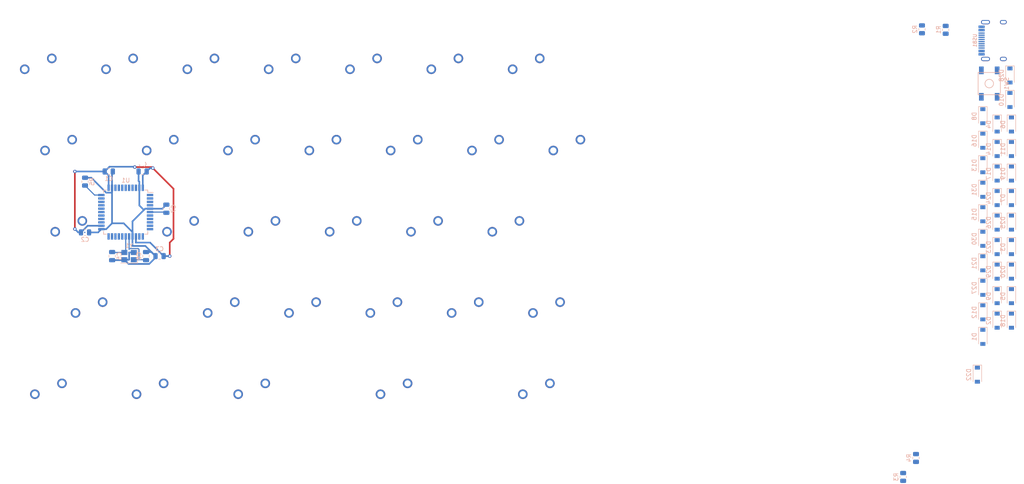
<source format=kicad_pcb>
(kicad_pcb (version 20211014) (generator pcbnew)
  (layers (0 "F.Cu" signal) (31 "B.Cu" signal) (34 "B.Paste" user) (35 "F.Paste" user) (36 "B.SilkS" user "B.Silkscreen") (37 "F.SilkS" user "F.Silkscreen") (38 "B.Mask" user) (39 "F.Mask" user) (44 "Edge.Cuts" user))
  (net 0 "")
  (net 1 "+5V")
  (net 2 "GND")
  (net 3 "Net-(C5-Pad2)")
  (net 4 "Net-(C6-Pad2)")
  (net 5 "Net-(C7-Pad1)")
  (net 6 "/r0")
  (net 7 "Net-(D1-Pad2)")
  (net 8 "/r1")
  (net 9 "Net-(D2-Pad2)")
  (net 10 "/r2")
  (net 11 "Net-(D3-Pad2)")
  (net 12 "/r4")
  (net 13 "Net-(D4-Pad2)")
  (net 14 "Net-(D5-Pad2)")
  (net 15 "/r3")
  (net 16 "Net-(D6-Pad2)")
  (net 17 "Net-(D7-Pad2)")
  (net 18 "Net-(D8-Pad2)")
  (net 19 "Net-(D9-Pad2)")
  (net 20 "Net-(D10-Pad2)")
  (net 21 "Net-(D11-Pad2)")
  (net 22 "Net-(D12-Pad2)")
  (net 23 "Net-(D13-Pad2)")
  (net 24 "Net-(D14-Pad2)")
  (net 25 "Net-(D15-Pad2)")
  (net 26 "Net-(D16-Pad2)")
  (net 27 "Net-(D17-Pad2)")
  (net 28 "Net-(D18-Pad2)")
  (net 29 "Net-(D19-Pad2)")
  (net 30 "Net-(D20-Pad2)")
  (net 31 "Net-(D21-Pad2)")
  (net 32 "Net-(D22-Pad2)")
  (net 33 "Net-(D23-Pad2)")
  (net 34 "Net-(D24-Pad2)")
  (net 35 "Net-(D25-Pad2)")
  (net 36 "Net-(D26-Pad2)")
  (net 37 "Net-(D27-Pad2)")
  (net 38 "Net-(D28-Pad2)")
  (net 39 "Net-(D29-Pad2)")
  (net 40 "Net-(D30-Pad2)")
  (net 41 "Net-(D31-Pad2)")
  (net 42 "/c0")
  (net 43 "/c1")
  (net 44 "/c2")
  (net 45 "/c3")
  (net 46 "/c4")
  (net 47 "/c5")
  (net 48 "/c6")
  (net 49 "/c7")
  (net 50 "Net-(R1-Pad1)")
  (net 51 "Net-(R2-Pad1)")
  (net 52 "/D+")
  (net 53 "Net-(R3-Pad2)")
  (net 54 "/D-")
  (net 55 "Net-(R4-Pad2)")
  (net 56 "Net-(R5-Pad1)")
  (net 57 "Net-(SW1-Pad2)")
  (footprint "MX_Only:MXOnly-1U-NoLED" (layer "F.Cu") (at 131.7625 80.16875)
    (fp_text reference "MX28")
    (fp_text value "MX-NoLED")
  )
  (footprint "MX_Only:MXOnly-1U-NoLED" (layer "F.Cu") (at 146.05 61.11875)
    (fp_text reference "MX31")
    (fp_text value "MX-NoLED")
  )
  (footprint "MX_Only:MXOnly-1U-NoLED" (layer "F.Cu") (at 65.0875 99.21875)
    (fp_text reference "MX11")
    (fp_text value "MX-NoLED")
  )
  (footprint "MX_Only:MXOnly-1.25U-NoLED" (layer "F.Cu") (at 72.23125 118.26875)
    (fp_text reference "MX16")
    (fp_text value "MX-NoLED")
  )
  (footprint "MX_Only:MXOnly-1U-NoLED" (layer "F.Cu") (at 93.6625 80.16875)
    (fp_text reference "MX19")
    (fp_text value "MX-NoLED")
  )
  (footprint "MX_Only:MXOnly-1U-NoLED" (layer "F.Cu") (at 74.6125 80.16875)
    (fp_text reference "MX14")
    (fp_text value "MX-NoLED")
  )
  (footprint "MX_Only:MXOnly-1U-NoLED" (layer "F.Cu") (at 136.525 42.06875)
    (fp_text reference "MX26")
    (fp_text value "MX-NoLED")
  )
  (footprint "MX_Only:MXOnly-1U-NoLED" (layer "F.Cu") (at 98.425 42.06875)
    (fp_text reference "MX17")
    (fp_text value "MX-NoLED")
  )
  (footprint "MX_Only:MXOnly-1.25U-NoLED" (layer "F.Cu") (at 24.60625 118.26875)
    (fp_text reference "MX4")
    (fp_text value "MX-NoLED")
  )
  (footprint "MX_Only:MXOnly-1U-NoLED" (layer "F.Cu") (at 79.375 42.06875)
    (fp_text reference "MX12")
    (fp_text value "MX-NoLED")
  )
  (footprint "MX_Only:MXOnly-1U-NoLED" (layer "F.Cu") (at 55.5625 80.16875)
    (fp_text reference "MX10")
    (fp_text value "MX-NoLED")
  )
  (footprint "MX_Only:MXOnly-1.5U-NoLED" (layer "F.Cu") (at 26.9875 61.11875)
    (fp_text reference "MX2")
    (fp_text value "MX-NoLED")
  )
  (footprint "MX_Only:MXOnly-1U-NoLED" (layer "F.Cu") (at 41.275 42.06875)
    (fp_text reference "MX5")
    (fp_text value "MX-NoLED")
  )
  (footprint "MX_Only:MXOnly-1.75U-NoLED" (layer "F.Cu") (at 29.36875 80.16875)
    (fp_text reference "MX3")
    (fp_text value "MX-NoLED")
  )
  (footprint "MX_Only:MXOnly-1U-NoLED" (layer "F.Cu") (at 50.8 61.11875)
    (fp_text reference "MX9")
    (fp_text value "MX-NoLED")
  )
  (footprint "MX_Only:MXOnly-1U-NoLED" (layer "F.Cu") (at 112.7125 80.16875)
    (fp_text reference "MX24")
    (fp_text value "MX-NoLED")
  )
  (footprint "MX_Only:MXOnly-1U-NoLED" (layer "F.Cu") (at 60.325 42.06875)
    (fp_text reference "MX8")
    (fp_text value "MX-NoLED")
  )
  (footprint "MX_Only:MXOnly-1U-NoLED" (layer "F.Cu") (at 69.85 61.11875)
    (fp_text reference "MX13")
    (fp_text value "MX-NoLED")
  )
  (footprint "MX_Only:MXOnly-1U-NoLED" (layer "F.Cu") (at 117.475 42.06875)
    (fp_text reference "MX22")
    (fp_text value "MX-NoLED")
  )
  (footprint "MX_Only:MXOnly-2.25U-NoLED" (layer "F.Cu") (at 105.56875 118.26875)
    (fp_text reference "MX21")
    (fp_text value "MX-NoLED")
  )
  (footprint "MX_Only:MXOnly-1.25U-NoLED" (layer "F.Cu") (at 138.90625 118.26875)
    (fp_text reference "MX30")
    (fp_text value "MX-NoLED")
  )
  (footprint "MX_Only:MXOnly-1U-NoLED" (layer "F.Cu") (at 127 61.11875)
    (fp_text reference "MX27")
    (fp_text value "MX-NoLED")
  )
  (footprint "MX_Only:MXOnly-2.25U-NoLED" (layer "F.Cu") (at 34.13125 99.21875)
    (fp_text reference "MX6")
    (fp_text value "MX-NoLED")
  )
  (footprint "MX_Only:MXOnly-1U-NoLED" (layer "F.Cu") (at 88.9 61.11875)
    (fp_text reference "MX18")
    (fp_text value "MX-NoLED")
  )
  (footprint "MX_Only:MXOnly-1U-NoLED" (layer "F.Cu") (at 122.2375 99.21875)
    (fp_text reference "MX25")
    (fp_text value "MX-NoLED")
  )
  (footprint "MX_Only:MXOnly-1.25U-NoLED" (layer "F.Cu") (at 48.41875 118.26875)
    (fp_text reference "MX7")
    (fp_text value "MX-NoLED")
  )
  (footprint "MX_Only:MXOnly-1U-NoLED" (layer "F.Cu") (at 103.1875 99.21875)
    (fp_text reference "MX20")
    (fp_text value "MX-NoLED")
  )
  (footprint "MX_Only:MXOnly-1U-NoLED" (layer "F.Cu") (at 22.225 42.06875)
    (fp_text reference "MX1")
    (fp_text value "MX-NoLED")
  )
  (footprint "MX_Only:MXOnly-1U-NoLED" (layer "F.Cu") (at 84.1375 99.21875)
    (fp_text reference "MX15")
    (fp_text value "MX-NoLED")
  )
  (footprint "MX_Only:MXOnly-1U-NoLED" (layer "F.Cu") (at 107.95 61.11875)
    (fp_text reference "MX23")
    (fp_text value "MX-NoLED")
  )
  (footprint "MX_Only:MXOnly-1U-NoLED" (layer "F.Cu") (at 141.2875 99.21875)
    (fp_text reference "MX29")
    (fp_text value "MX-NoLED")
  )
  (footprint "Resistor_SMD:R_0805_2012Metric" (layer "B.Cu") (at 234.15625 30.28125 -90)
    (fp_text reference "R1")
    (fp_text value "5k")
  )
  (footprint "Capacitor_SMD:C_0805_2012Metric" (layer "B.Cu") (at 32.54375 77.7875)
    (fp_text reference "C2")
    (fp_text value "0.1uF")
  )
  (footprint "Diode_SMD:D_SOD-123" (layer "B.Cu") (at 249.56125 58.238452 -90)
    (fp_text reference "D11")
    (fp_text value "D_Small")
  )
  (footprint "Diode_SMD:D_SOD-123" (layer "B.Cu") (at 242.86125 73.538452 -90)
    (fp_text reference "D15")
    (fp_text value "D_Small")
  )
  (footprint "Diode_SMD:D_SOD-123" (layer "B.Cu") (at 249.56125 63.988452 -90)
    (fp_text reference "D19")
    (fp_text value "D_Small")
  )
  (footprint "Diode_SMD:D_SOD-123" (layer "B.Cu") (at 242.86125 102.288452 -90)
    (fp_text reference "D1")
    (fp_text value "D_Small")
  )
  (footprint "Diode_SMD:D_SOD-123" (layer "B.Cu") (at 241.58125 111.148452 -90)
    (fp_text reference "D22")
    (fp_text value "D_Small")
  )
  (footprint "Diode_SMD:D_SOD-123" (layer "B.Cu") (at 249.56125 75.488452 -90)
    (fp_text reference "D25")
    (fp_text value "D_Small")
  )
  (footprint "Diode_SMD:D_SOD-123" (layer "B.Cu") (at 249.21125 40.988452 -90)
    (fp_text reference "D28")
    (fp_text value "D_Small")
  )
  (footprint "Keebio-Parts:HRO-TYPE-C-31-M-12-Assembly" (layer "B.Cu") (at 250.26125 32.793452 -90)
    (fp_text reference "USB1")
    (fp_text value "HRO-TYPE-C-31-M-12")
  )
  (footprint "Capacitor_SMD:C_0805_2012Metric" (layer "B.Cu") (at 46.83125 83.34375 -90)
    (fp_text reference "C6")
    (fp_text value "22pF")
  )
  (footprint "Resistor_SMD:R_0805_2012Metric" (layer "B.Cu") (at 224.19125 135.128452 -90)
    (fp_text reference "R3")
    (fp_text value "22")
  )
  (footprint "Diode_SMD:D_SOD-123" (layer "B.Cu") (at 249.56125 98.488452 -90)
    (fp_text reference "D18")
    (fp_text value "D_Small")
  )
  (footprint "Capacitor_SMD:C_0805_2012Metric" (layer "B.Cu") (at 46.0375 63.5 180)
    (fp_text reference "C4")
    (fp_text value "10uF")
  )
  (footprint "Diode_SMD:D_SOD-123" (layer "B.Cu") (at 242.86125 90.788452 -90)
    (fp_text reference "D27")
    (fp_text value "D_Small")
  )
  (footprint "Diode_SMD:D_SOD-123" (layer "B.Cu") (at 242.86125 50.538452 -90)
    (fp_text reference "D8")
    (fp_text value "D_Small")
  )
  (footprint "Diode_SMD:D_SOD-123" (layer "B.Cu") (at 249.56125 52.488452 -90)
    (fp_text reference "D6")
    (fp_text value "D_Small")
  )
  (footprint "Diode_SMD:D_SOD-123" (layer "B.Cu") (at 246.21125 75.488452 -90)
    (fp_text reference "D26")
    (fp_text value "D_Small")
  )
  (footprint "Diode_SMD:D_SOD-123" (layer "B.Cu") (at 249.56125 86.988452 -90)
    (fp_text reference "D20")
    (fp_text value "D_Small")
  )
  (footprint "Diode_SMD:D_SOD-123" (layer "B.Cu") (at 246.21125 58.238452 -90)
    (fp_text reference "D14")
    (fp_text value "D_Small")
  )
  (footprint "Diode_SMD:D_SOD-123" (layer "B.Cu") (at 249.56125 92.738452 -90)
    (fp_text reference "D5")
    (fp_text value "D_Small")
  )
  (footprint "Capacitor_SMD:C_0805_2012Metric" (layer "B.Cu") (at 38.89375 83.34375 90)
    (fp_text reference "C5")
    (fp_text value "22pF")
  )
  (footprint "Diode_SMD:D_SOD-123" (layer "B.Cu") (at 246.21125 98.488452 -90)
    (fp_text reference "D2")
    (fp_text value "D_Small")
  )
  (footprint "Capacitor_SMD:C_0805_2012Metric" (layer "B.Cu") (at 38.1 63.5)
    (fp_text reference "C1")
    (fp_text value "0.1uF")
  )
  (footprint "Package_QFP:TQFP-44_10x10mm_P0.8mm" (layer "B.Cu") (at 42.06875 73.025 180)
    (fp_text reference "U1")
    (fp_text value "ATmega32U4-A")
  )
  (footprint "Diode_SMD:D_SOD-123" (layer "B.Cu") (at 242.86125 62.038452 -90)
    (fp_text reference "D13")
    (fp_text value "D_Small")
  )
  (footprint "Diode_SMD:D_SOD-123" (layer "B.Cu") (at 249.21125 46.738452 -90)
    (fp_text reference "D10")
    (fp_text value "D_Small")
  )
  (footprint "Diode_SMD:D_SOD-123" (layer "B.Cu") (at 246.21125 92.738452 -90)
    (fp_text reference "D9")
    (fp_text value "D_Small")
  )
  (footprint "Diode_SMD:D_SOD-123" (layer "B.Cu") (at 246.21125 69.738452 -90)
    (fp_text reference "D24")
    (fp_text value "D_Small")
  )
  (footprint "random-keyboard-parts:SKQG-1155865" (layer "B.Cu") (at 244.36125 42.888452 -90)
    (fp_text reference "SW1")
    (fp_text value "SW_Push")
  )
  (footprint "Diode_SMD:D_SOD-123" (layer "B.Cu") (at 246.21125 52.488452 -90)
    (fp_text reference "D4")
    (fp_text value "D_Small")
  )
  (footprint "Diode_SMD:D_SOD-123" (layer "B.Cu") (at 242.86125 96.538452 -90)
    (fp_text reference "D12")
    (fp_text value "D_Small")
  )
  (footprint "Diode_SMD:D_SOD-123" (layer "B.Cu") (at 242.86125 56.288452 -90)
    (fp_text reference "D16")
    (fp_text value "D_Small")
  )
  (footprint "Crystal:Crystal_SMD_3225-4Pin_3.2x2.5mm" (layer "B.Cu") (at 42.8625 83.34375 180)
    (fp_text reference "Y1")
    (fp_text value "Crystal_GND24_Small")
  )
  (footprint "Capacitor_SMD:C_0805_2012Metric" (layer "B.Cu") (at 51.59375 72.23125 90)
    (fp_text reference "C7")
    (fp_text value "C_Small")
  )
  (footprint "Diode_SMD:D_SOD-123" (layer "B.Cu") (at 242.86125 67.788452 -90)
    (fp_text reference "D31")
    (fp_text value "D_Small")
  )
  (footprint "Diode_SMD:D_SOD-123" (layer "B.Cu") (at 242.86125 79.288452 -90)
    (fp_text reference "D30")
    (fp_text value "D_Small")
  )
  (footprint "Capacitor_SMD:C_0805_2012Metric" (layer "B.Cu") (at 50.00625 83.34375 180)
    (fp_text reference "C3")
    (fp_text value "0.1uF")
  )
  (footprint "Diode_SMD:D_SOD-123" (layer "B.Cu") (at 249.56125 81.238452 -90)
    (fp_text reference "D3")
    (fp_text value "D_Small")
  )
  (footprint "Diode_SMD:D_SOD-123" (layer "B.Cu") (at 246.21125 86.988452 -90)
    (fp_text reference "D29")
    (fp_text value "D_Small")
  )
  (footprint "Resistor_SMD:R_0805_2012Metric" (layer "B.Cu") (at 228.6 30.1625 -90)
    (fp_text reference "R2")
    (fp_text value "5k")
  )
  (footprint "Diode_SMD:D_SOD-123" (layer "B.Cu") (at 246.21125 63.988452 -90)
    (fp_text reference "D17")
    (fp_text value "D_Small")
  )
  (footprint "Diode_SMD:D_SOD-123" (layer "B.Cu") (at 249.56125 69.738452 -90)
    (fp_text reference "D7")
    (fp_text value "D_Small")
  )
  (footprint "Resistor_SMD:R_0805_2012Metric" (layer "B.Cu") (at 32.54375 65.88125 90)
    (fp_text reference "R5")
    (fp_text value "10k")
  )
  (footprint "Diode_SMD:D_SOD-123" (layer "B.Cu") (at 242.86125 85.038452 -90)
    (fp_text reference "D21")
    (fp_text value "D_Small")
  )
  (footprint "Resistor_SMD:R_0805_2012Metric" (layer "B.Cu") (at 227.20125 130.678452 -90)
    (fp_text reference "R4")
    (fp_text value "22")
  )
  (footprint "Diode_SMD:D_SOD-123" (layer "B.Cu") (at 246.21125 81.238452 -90)
    (fp_text reference "D23")
    (fp_text value "D_Small")
  )
  (segment (start 32.54375 77.7875) (end 32.42027 77.7875) (width 0.254) (layer "B.Cu") (net 0))
  (segment (start 53.267511 79.288739) (end 52.3875 80.16875) (width 0.381) (layer "F.Cu") (net 1))
  (segment (start 53.267511 67.555011) (end 53.267511 79.288739) (width 0.381) (layer "F.Cu") (net 1))
  (segment (start 48.184033 62.471533) (end 48.41875 62.70625) (width 0.381) (layer "F.Cu") (net 1))
  (segment (start 52.3875 80.16875) (end 52.3875 83.34375) (width 0.381) (layer "F.Cu") (net 1))
  (segment (start 44.193042 62.471533) (end 48.184033 62.471533) (width 0.381) (layer "F.Cu") (net 1))
  (segment (start 30.1625 76.99375) (end 30.1625 63.5) (width 0.381) (layer "F.Cu") (net 1))
  (segment (start 48.41875 62.70625) (end 53.267511 67.555011) (width 0.381) (layer "F.Cu") (net 1))
  (via (at 52.3875 83.34375) (size 0.8) (drill 0.4) (layers "F.Cu" "B.Cu") (net 1))
  (via (at 30.1625 76.99375) (size 0.8) (drill 0.4) (layers "F.Cu" "B.Cu") (net 1))
  (via (at 44.193042 62.471533) (size 0.8) (drill 0.4) (layers "F.Cu" "B.Cu") (net 1))
  (via (at 48.41875 62.70625) (size 0.8) (drill 0.4) (layers "F.Cu" "B.Cu") (net 1))
  (via (at 30.1625 63.5) (size 0.8) (drill 0.4) (layers "F.Cu" "B.Cu") (net 1))
  (segment (start 52.3875 83.34375) (end 50.95625 83.34375) (width 0.381) (layer "B.Cu") (net 1))
  (segment (start 47.78125 62.70625) (end 46.9875 63.5) (width 0.381) (layer "B.Cu") (net 1))
  (segment (start 37.15 63.5) (end 38.26502 62.38498) (width 0.381) (layer "B.Cu") (net 1))
  (segment (start 38.06875 64.41875) (end 38.06875 67.325) (width 0.381) (layer "B.Cu") (net 1))
  (segment (start 37.15 63.5) (end 38.06875 64.41875) (width 0.381) (layer "B.Cu") (net 1))
  (segment (start 31.59375 77.7875) (end 33.15625 76.225) (width 0.381) (layer "B.Cu") (net 1))
  (segment (start 33.15625 76.225) (end 36.36875 76.225) (width 0.381) (layer "B.Cu") (net 1))
  (segment (start 46.06875 64.41875) (end 46.06875 67.325) (width 0.381) (layer "B.Cu") (net 1))
  (segment (start 44.106489 62.38498) (end 44.193042 62.471533) (width 0.381) (layer "B.Cu") (net 1))
  (segment (start 50.95625 83.34375) (end 47.78125 80.16875) (width 0.381) (layer "B.Cu") (net 1))
  (segment (start 44.45 80.16875) (end 44.46875 80.15) (width 0.381) (layer "B.Cu") (net 1))
  (segment (start 30.95625 77.7875) (end 30.1625 76.99375) (width 0.381) (layer "B.Cu") (net 1))
  (segment (start 31.59375 77.7875) (end 30.95625 77.7875) (width 0.381) (layer "B.Cu") (net 1))
  (segment (start 38.26502 62.38498) (end 44.106489 62.38498) (width 0.381) (layer "B.Cu") (net 1))
  (segment (start 44.46875 80.15) (end 44.46875 78.725) (width 0.381) (layer "B.Cu") (net 1))
  (segment (start 47.78125 80.16875) (end 44.45 80.16875) (width 0.381) (layer "B.Cu") (net 1))
  (segment (start 46.9875 63.5) (end 46.06875 64.41875) (width 0.381) (layer "B.Cu") (net 1))
  (segment (start 48.41875 62.70625) (end 47.78125 62.70625) (width 0.381) (layer "B.Cu") (net 1))
  (segment (start 30.1625 63.5) (end 37.15 63.5) (width 0.381) (layer "B.Cu") (net 1))
  (segment (start 41.6625 84.29375) (end 41.7625 84.19375) (width 0.381) (layer "B.Cu") (net 2))
  (segment (start 43.66875 75.194) (end 43.66875 78.725) (width 0.381) (layer "B.Cu") (net 2))
  (segment (start 39.05 63.5) (end 38.86875 63.68125) (width 0.381) (layer "B.Cu") (net 2))
  (segment (start 38.691239 68.465011) (end 37.508761 68.465011) (width 0.381) (layer "B.Cu") (net 2))
  (segment (start 38.86875 68.2875) (end 38.691239 68.465011) (width 0.381) (layer "B.Cu") (net 2))
  (segment (start 47.76875 72.225) (end 46.63775 72.225) (width 0.381) (layer "B.Cu") (net 2))
  (segment (start 49.05625 83.698874) (end 49.05625 83.34375) (width 0.381) (layer "B.Cu") (net 2))
  (segment (start 45.26875 67.325) (end 45.26875 71.4625) (width 0.381) (layer "B.Cu") (net 2))
  (segment (start 46.675 80.9625) (end 43.65625 80.9625) (width 0.381) (layer "B.Cu") (net 2))
  (segment (start 45.0875 65.725) (end 45.26875 65.90625) (width 0.381) (layer "B.Cu") (net 2))
  (segment (start 47.76875 72.225) (end 50.65 72.225) (width 0.381) (layer "B.Cu") (net 2))
  (segment (start 46.63775 72.225) (end 46.3345 72.52825) (width 0.381) (layer "B.Cu") (net 2))
  (segment (start 43.66875 77.719978) (end 43.66875 78.725) (width 0.381) (layer "B.Cu") (net 2))
  (segment (start 41.7625 84.19375) (end 42.75252 85.18377) (width 0.381) (layer "B.Cu") (net 2))
  (segment (start 46.3345 72.52825) (end 43.66875 75.194) (width 0.381) (layer "B.Cu") (net 2))
  (segment (start 42.872489 84.127511) (end 42.872489 82.502761) (width 0.381) (layer "B.Cu") (net 2))
  (segment (start 47.571354 85.18377) (end 49.05625 83.698874) (width 0.381) (layer "B.Cu") (net 2))
  (segment (start 37.508761 68.465011) (end 34.0125 64.96875) (width 0.381) (layer "B.Cu") (net 2))
  (segment (start 41.7625 84.19375) (end 42.80625 84.19375) (width 0.381) (layer "B.Cu") (net 2))
  (segment (start 50.65 72.225) (end 51.59375 71.28125) (width 0.381) (layer "B.Cu") (net 2))
  (segment (start 38.86875 75.656) (end 41.604772 75.656) (width 0.381) (layer "B.Cu") (net 2))
  (segment (start 41.604772 75.656) (end 43.66875 77.719978) (width 0.381) (layer "B.Cu") (net 2))
  (segment (start 38.86875 75.656) (end 37.49975 77.025) (width 0.381) (layer "B.Cu") (net 2))
  (segment (start 38.89375 84.29375) (end 41.6625 84.29375) (width 0.381) (layer "B.Cu") (net 2))
  (segment (start 42.8815 82.49375) (end 43.9625 82.49375) (width 0.381) (layer "B.Cu") (net 2))
  (segment (start 33.49375 77.7875) (end 35.60625 77.7875) (width 0.381) (layer "B.Cu") (net 2))
  (segment (start 46.83125 82.39375) (end 48.10625 82.39375) (width 0.381) (layer "B.Cu") (net 2))
  (segment (start 42.80625 84.19375) (end 42.872489 84.127511) (width 0.381) (layer "B.Cu") (net 2))
  (segment (start 43.65625 80.9625) (end 43.65625 78.58125) (width 0.381) (layer "B.Cu") (net 2))
  (segment (start 38.86875 63.68125) (end 38.86875 67.325) (width 0.381) (layer "B.Cu") (net 2))
  (segment (start 35.60625 77.7875) (end 36.36875 77.025) (width 0.381) (layer "B.Cu") (net 2))
  (segment (start 42.75252 85.18377) (end 47.571354 85.18377) (width 0.381) (layer "B.Cu") (net 2))
  (segment (start 42.872489 82.502761) (end 42.8815 82.49375) (width 0.381) (layer "B.Cu") (net 2))
  (segment (start 37.49975 77.025) (end 36.36875 77.025) (width 0.381) (layer "B.Cu") (net 2))
  (segment (start 45.26875 65.90625) (end 45.26875 67.325) (width 0.381) (layer "B.Cu") (net 2))
  (segment (start 45.26875 71.4625) (end 46.3345 72.52825) (width 0.381) (layer "B.Cu") (net 2))
  (segment (start 38.86875 68.2875) (end 38.86875 75.656) (width 0.381) (layer "B.Cu") (net 2))
  (segment (start 49.05625 83.34375) (end 46.675 80.9625) (width 0.381) (layer "B.Cu") (net 2))
  (segment (start 34.0125 64.96875) (end 32.54375 64.96875) (width 0.381) (layer "B.Cu") (net 2))
  (segment (start 38.86875 67.325) (end 38.86875 68.2875) (width 0.381) (layer "B.Cu") (net 2))
  (segment (start 48.10625 82.39375) (end 49.05625 83.34375) (width 0.381) (layer "B.Cu") (net 2))
  (segment (start 45.0875 63.5) (end 45.0875 65.725) (width 0.381) (layer "B.Cu") (net 2))
  (segment (start 38.89375 82.39375) (end 38.99375 82.49375) (width 0.254) (layer "B.Cu") (net 3))
  (segment (start 41.7625 82.49375) (end 42.06875 82.1875) (width 0.254) (layer "B.Cu") (net 3))
  (segment (start 42.06875 82.1875) (end 42.06875 78.725) (width 0.254) (layer "B.Cu") (net 3))
  (segment (start 38.99375 82.49375) (end 41.7625 82.49375) (width 0.254) (layer "B.Cu") (net 3))
  (segment (start 44.989011 81.567239) (end 43.051511 81.567239) (width 0.254) (layer "B.Cu") (net 4))
  (segment (start 45.1875 81.765728) (end 44.989011 81.567239) (width 0.254) (layer "B.Cu") (net 4))
  (segment (start 43.051511 81.567239) (end 42.86875 81.75) (width 0.254) (layer "B.Cu") (net 4))
  (segment (start 45.1875 84.19375) (end 46.73125 84.19375) (width 0.254) (layer "B.Cu") (net 4))
  (segment (start 45.1875 84.19375) (end 45.1875 81.765728) (width 0.254) (layer "B.Cu") (net 4))
  (segment (start 42.86875 81.75) (end 42.86875 78.725) (width 0.254) (layer "B.Cu") (net 4))
  (segment (start 46.73125 84.19375) (end 46.83125 84.29375) (width 0.254) (layer "B.Cu") (net 4))
  (segment (start 43.9625 84.19375) (end 45.1875 84.19375) (width 0.254) (layer "B.Cu") (net 4))
  (segment (start 51.4375 73.025) (end 51.59375 73.18125) (width 0.254) (layer "B.Cu") (net 5))
  (segment (start 47.76875 73.025) (end 51.4375 73.025) (width 0.254) (layer "B.Cu") (net 5))
  (segment (start 34.775 69.025) (end 36.36875 69.025) (width 0.254) (layer "B.Cu") (net 56))
  (segment (start 32.54375 66.79375) (end 34.775 69.025) (width 0.254) (layer "B.Cu") (net 56))
)
</source>
